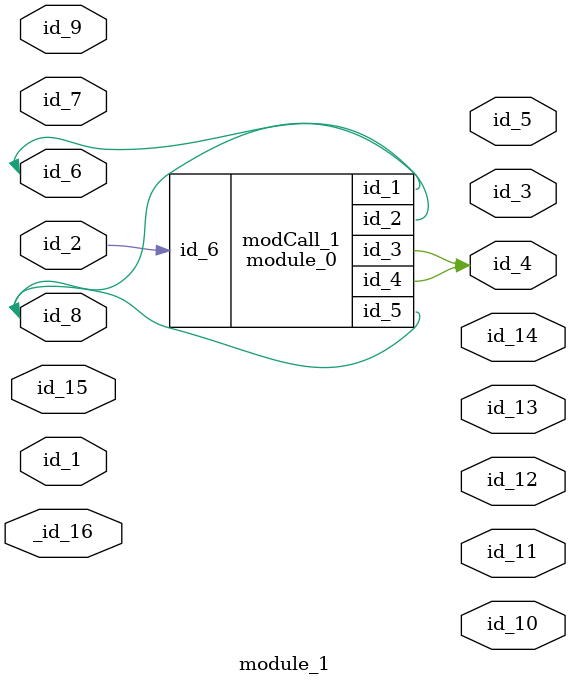
<source format=v>
module module_0 (
    id_1,
    id_2,
    id_3,
    id_4,
    id_5,
    id_6
);
  input wire id_6;
  inout wire id_5;
  output wire id_4;
  output wire id_3;
  inout wire id_2;
  inout wire id_1;
  localparam id_7 = 1;
endmodule
module module_1 #(
    parameter id_16 = 32'd29
) (
    id_1,
    id_2,
    id_3,
    id_4,
    id_5,
    id_6,
    id_7,
    id_8,
    id_9,
    id_10,
    id_11,
    id_12,
    id_13,
    id_14,
    id_15,
    _id_16
);
  inout wire _id_16;
  input wire id_15;
  output wire id_14;
  output wire id_13;
  output wire id_12;
  output wire id_11;
  output wire id_10;
  input wire id_9;
  inout wire id_8;
  inout wire id_7;
  inout wire id_6;
  module_0 modCall_1 (
      id_8,
      id_6,
      id_4,
      id_4,
      id_8,
      id_2
  );
  output wire id_5;
  output wire id_4;
  output wire id_3;
  input wire id_2;
  inout wire id_1;
  wire  id_17  ,  id_18  ,  id_19  ,  id_20  ,  id_21  ,  id_22  ,  id_23  ,  id_24  ,  id_25  ,  id_26  ,  id_27  ,  id_28  ,  id_29  ,  id_30  ,  id_31  ,  id_32  ,  id_33  ,  id_34  ,  id_35  ,  id_36  ,  id_37  ,  id_38  ,  id_39  ,  id_40  ,  id_41  ,  id_42  ,  id_43  ,  id_44  ,  id_45  ,  id_46  ,  id_47  ,  id_48  ,  id_49  ,  id_50  ,  id_51  ,  id_52  ;
  wire [-1 : id_16] id_53;
endmodule

</source>
